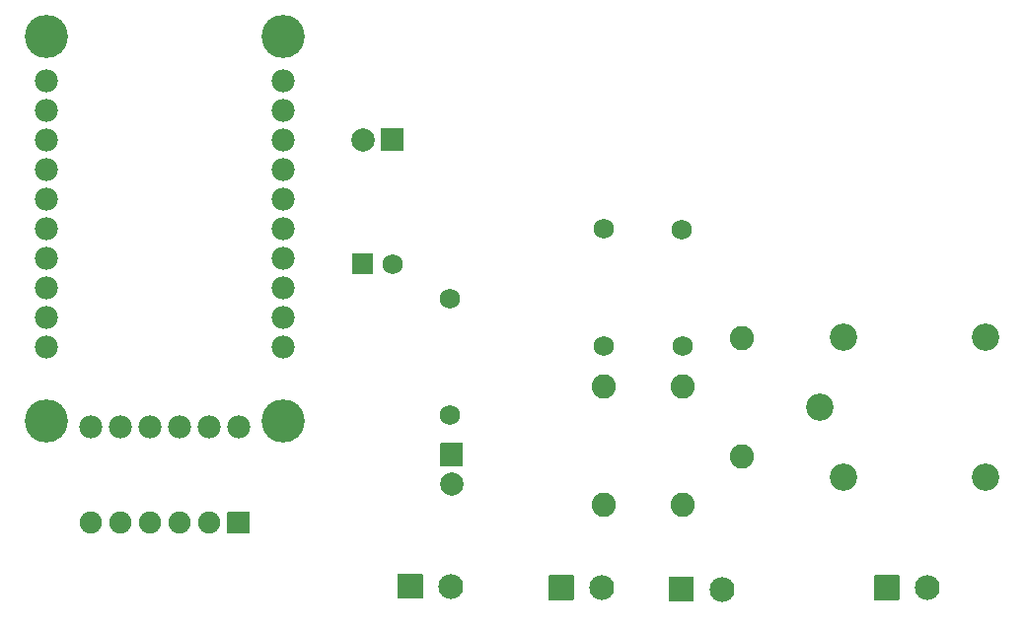
<source format=gbs>
G04 Layer: BottomSolderMaskLayer*
G04 EasyEDA v6.5.8, 2022-08-15 07:29:34*
G04 028e3914a6f949ed9ca799ef75e4ed4f,10*
G04 Gerber Generator version 0.2*
G04 Scale: 100 percent, Rotated: No, Reflected: No *
G04 Dimensions in millimeters *
G04 leading zeros omitted , absolute positions ,4 integer and 5 decimal *
%FSLAX45Y45*%
%MOMM*%

%ADD10C,2.0032*%
%ADD11C,1.7526*%
%ADD12C,2.0828*%
%ADD13C,1.9032*%
%ADD14C,2.1336*%
%ADD15C,2.3515*%
%ADD16C,1.7272*%
%ADD17C,3.7084*%
%ADD18C,1.9812*%

%LPD*%
D10*
G01*
X4343400Y7543800D03*
G36*
X4507407Y7443647D02*
G01*
X4504359Y7444155D01*
X4501311Y7445679D01*
X4499279Y7447711D01*
X4497755Y7450759D01*
X4497247Y7453807D01*
X4497324Y7453884D01*
X4497324Y7633715D01*
X4497247Y7633792D01*
X4497755Y7636840D01*
X4499279Y7639888D01*
X4501311Y7641920D01*
X4504359Y7643444D01*
X4507407Y7643952D01*
X4507484Y7643876D01*
X4687315Y7643876D01*
X4687392Y7643952D01*
X4690440Y7643444D01*
X4693488Y7641920D01*
X4695520Y7639888D01*
X4697044Y7636840D01*
X4697552Y7633792D01*
X4697475Y7633715D01*
X4697475Y7453884D01*
X4697552Y7453807D01*
X4697044Y7450759D01*
X4695520Y7447711D01*
X4693488Y7445679D01*
X4690440Y7444155D01*
X4687392Y7443647D01*
X4687315Y7443723D01*
X4507484Y7443723D01*
G37*
G01*
X5105400Y4584700D03*
G36*
X5015407Y4738547D02*
G01*
X5012359Y4739055D01*
X5009311Y4740579D01*
X5007279Y4742611D01*
X5005755Y4745659D01*
X5005247Y4748707D01*
X5005324Y4748784D01*
X5005324Y4928615D01*
X5005247Y4928692D01*
X5005755Y4931740D01*
X5007279Y4934788D01*
X5009311Y4936820D01*
X5012359Y4938344D01*
X5015407Y4938852D01*
X5015484Y4938776D01*
X5195315Y4938776D01*
X5195392Y4938852D01*
X5198440Y4938344D01*
X5201488Y4936820D01*
X5203520Y4934788D01*
X5205044Y4931740D01*
X5205552Y4928692D01*
X5205475Y4928615D01*
X5205475Y4748784D01*
X5205552Y4748707D01*
X5205044Y4745659D01*
X5203520Y4742611D01*
X5201488Y4740579D01*
X5198440Y4739055D01*
X5195392Y4738547D01*
X5195315Y4738623D01*
X5015484Y4738623D01*
G37*
G36*
X4260850Y6389370D02*
G01*
X4259325Y6389623D01*
X4257802Y6390386D01*
X4256786Y6391402D01*
X4256024Y6392926D01*
X4255770Y6394450D01*
X4255770Y6559550D01*
X4256024Y6561073D01*
X4256786Y6562597D01*
X4257802Y6563613D01*
X4259325Y6564376D01*
X4260850Y6564629D01*
X4425950Y6564629D01*
X4427474Y6564376D01*
X4428997Y6563613D01*
X4430013Y6562597D01*
X4430775Y6561073D01*
X4431029Y6559550D01*
X4431029Y6394450D01*
X4430775Y6392926D01*
X4430013Y6391402D01*
X4428997Y6390386D01*
X4427474Y6389623D01*
X4425950Y6389370D01*
G37*
D11*
G01*
X4597400Y6477000D03*
D12*
G01*
X6413500Y5422900D03*
G01*
X6413500Y4406900D03*
G01*
X7086600Y5422900D03*
G01*
X7086600Y4406900D03*
G01*
X7594600Y5842000D03*
G01*
X7594600Y4826000D03*
G36*
X3191509Y4159250D02*
G01*
X3191611Y4159351D01*
X3188563Y4159859D01*
X3185515Y4161383D01*
X3183483Y4163415D01*
X3181959Y4166463D01*
X3181451Y4169511D01*
X3181350Y4169410D01*
X3181350Y4339589D01*
X3181451Y4339488D01*
X3181959Y4342536D01*
X3183483Y4345584D01*
X3185515Y4347616D01*
X3188563Y4349140D01*
X3191611Y4349648D01*
X3191509Y4349750D01*
X3361690Y4349750D01*
X3361588Y4349648D01*
X3364636Y4349140D01*
X3367684Y4347616D01*
X3369716Y4345584D01*
X3371240Y4342536D01*
X3371748Y4339488D01*
X3371850Y4339589D01*
X3371850Y4169410D01*
X3371748Y4169511D01*
X3371240Y4166463D01*
X3369716Y4163415D01*
X3367684Y4161383D01*
X3364636Y4159859D01*
X3361588Y4159351D01*
X3361690Y4159250D01*
G37*
D13*
G01*
X3022600Y4254500D03*
G01*
X2768600Y4254500D03*
G01*
X2514600Y4254500D03*
G01*
X2260600Y4254500D03*
G01*
X2006600Y4254500D03*
G36*
X4650740Y3601720D02*
G01*
X4649216Y3601973D01*
X4647692Y3602736D01*
X4646676Y3603752D01*
X4645914Y3605276D01*
X4645660Y3606800D01*
X4645659Y3606800D01*
X4645659Y3810000D01*
X4645660Y3810000D01*
X4645914Y3811523D01*
X4646676Y3813047D01*
X4647692Y3814063D01*
X4649216Y3814826D01*
X4650740Y3815079D01*
X4853940Y3815079D01*
X4855464Y3814826D01*
X4856988Y3814063D01*
X4858004Y3813047D01*
X4858766Y3811523D01*
X4859020Y3810000D01*
X4859020Y3810000D01*
X4859020Y3606800D01*
X4859020Y3606800D01*
X4858766Y3605276D01*
X4858004Y3603752D01*
X4856988Y3602736D01*
X4855464Y3601973D01*
X4853940Y3601720D01*
G37*
D14*
G01*
X5102859Y3708400D03*
G36*
X5946140Y3589020D02*
G01*
X5944616Y3589273D01*
X5943092Y3590036D01*
X5942076Y3591052D01*
X5941314Y3592576D01*
X5941060Y3594100D01*
X5941059Y3594100D01*
X5941059Y3797300D01*
X5941060Y3797300D01*
X5941314Y3798823D01*
X5942076Y3800347D01*
X5943092Y3801363D01*
X5944616Y3802126D01*
X5946140Y3802379D01*
X6149340Y3802379D01*
X6150864Y3802126D01*
X6152388Y3801363D01*
X6153404Y3800347D01*
X6154166Y3798823D01*
X6154420Y3797300D01*
X6154420Y3797300D01*
X6154420Y3594100D01*
X6154420Y3594100D01*
X6154166Y3592576D01*
X6153404Y3591052D01*
X6152388Y3590036D01*
X6150864Y3589273D01*
X6149340Y3589020D01*
G37*
G01*
X6398259Y3695700D03*
G36*
X6974840Y3576320D02*
G01*
X6973316Y3576573D01*
X6971792Y3577336D01*
X6970776Y3578352D01*
X6970014Y3579876D01*
X6969760Y3581400D01*
X6969759Y3581400D01*
X6969759Y3784600D01*
X6969760Y3784600D01*
X6970014Y3786123D01*
X6970776Y3787647D01*
X6971792Y3788663D01*
X6973316Y3789426D01*
X6974840Y3789679D01*
X7178040Y3789679D01*
X7179564Y3789426D01*
X7181088Y3788663D01*
X7182104Y3787647D01*
X7182866Y3786123D01*
X7183120Y3784600D01*
X7183120Y3784600D01*
X7183120Y3581400D01*
X7183120Y3581400D01*
X7182866Y3579876D01*
X7182104Y3578352D01*
X7181088Y3577336D01*
X7179564Y3576573D01*
X7178040Y3576320D01*
G37*
G01*
X7426959Y3683000D03*
G36*
X8740140Y3589020D02*
G01*
X8738616Y3589273D01*
X8737092Y3590036D01*
X8736076Y3591052D01*
X8735314Y3592576D01*
X8735060Y3594100D01*
X8735059Y3594100D01*
X8735059Y3797300D01*
X8735060Y3797300D01*
X8735314Y3798823D01*
X8736076Y3800347D01*
X8737092Y3801363D01*
X8738616Y3802126D01*
X8740140Y3802379D01*
X8943340Y3802379D01*
X8944864Y3802126D01*
X8946388Y3801363D01*
X8947404Y3800347D01*
X8948166Y3798823D01*
X8948420Y3797300D01*
X8948420Y3797300D01*
X8948420Y3594100D01*
X8948420Y3594100D01*
X8948166Y3592576D01*
X8947404Y3591052D01*
X8946388Y3590036D01*
X8944864Y3589273D01*
X8943340Y3589020D01*
G37*
G01*
X9192259Y3695700D03*
D15*
G01*
X8270900Y5248198D03*
G01*
X8470900Y4648200D03*
G01*
X9690887Y4648200D03*
G01*
X9690887Y5848197D03*
G01*
X8470900Y5848197D03*
D16*
G01*
X6413500Y6774865D03*
G01*
X6415303Y5774867D03*
G01*
X7086600Y5772734D03*
G01*
X7084796Y6772732D03*
G01*
X5094503Y5177967D03*
G01*
X5092700Y6177965D03*
D17*
G01*
X3657600Y8432800D03*
D18*
G01*
X3657600Y5765800D03*
G01*
X3657600Y6019800D03*
G01*
X3657600Y6273800D03*
G01*
X3657600Y6527800D03*
G01*
X3657600Y6781800D03*
G01*
X3657600Y7035800D03*
G01*
X3657600Y7289800D03*
G01*
X3657600Y7543800D03*
G01*
X3657600Y7797800D03*
G01*
X3657600Y8051800D03*
D17*
G01*
X3657600Y5130800D03*
D18*
G01*
X3276600Y5080000D03*
G01*
X2006600Y5080000D03*
G01*
X2260600Y5080000D03*
G01*
X2514600Y5080000D03*
G01*
X2768600Y5080000D03*
G01*
X3022600Y5080000D03*
D17*
G01*
X1625600Y5130800D03*
D18*
G01*
X1625600Y5765800D03*
G01*
X1625600Y8051800D03*
G01*
X1625600Y7797800D03*
G01*
X1625600Y7543800D03*
G01*
X1625600Y7289800D03*
G01*
X1625600Y7035800D03*
G01*
X1625600Y6781800D03*
G01*
X1625600Y6527800D03*
G01*
X1625600Y6273800D03*
G01*
X1625600Y6019800D03*
G01*
X1625600Y5765800D03*
D17*
G01*
X1625600Y8432800D03*
M02*

</source>
